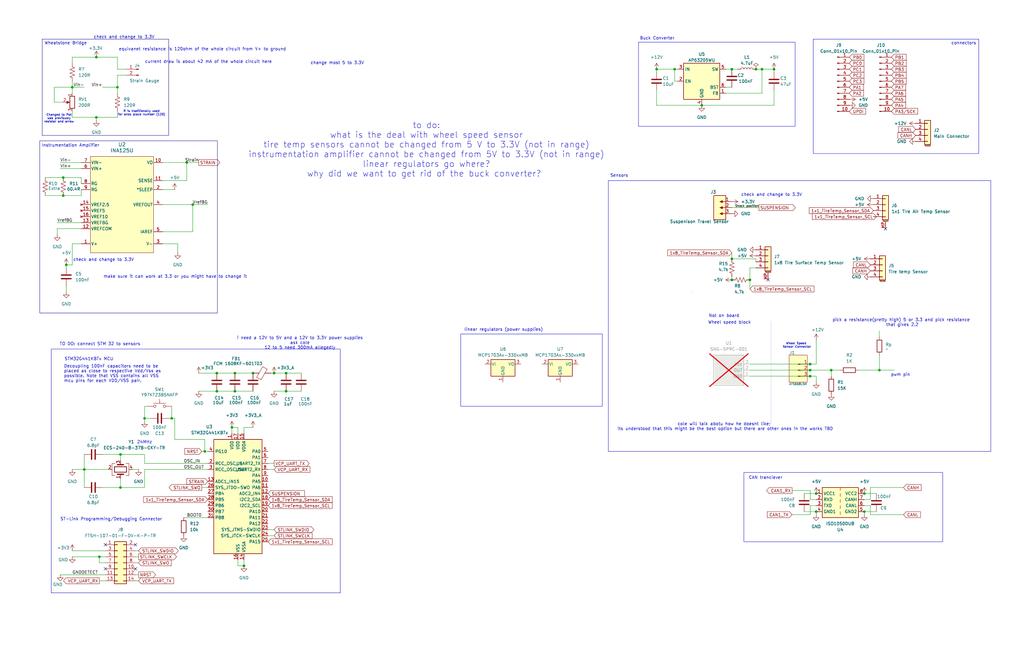
<source format=kicad_sch>
(kicad_sch (version 20250114) (generator "eeschema") (generator_version "9.0")
  (paper "B")
  (title_block (title "Peripheral Boards") (date "1/6/2026") (rev "revision 1?") (company "Formula Slug") (comment 1 "Nina Lane") (comment 3 "still cooking") (comment 6 "main page"))
  (rectangle (start 17.78 16.51) (end 71.12 57.15) (stroke (width 0) (color 0 0 132 1)))
  (rectangle (start 313.69 199.39) (end 397.51 228.6))
  (rectangle (start 269.24 17.78) (end 335.28 53.34))
  (rectangle (start 342.9 16.51) (end 412.75 64.77))
  (rectangle (start 256.54 76.2) (end 417.83 190.5))
  (rectangle (start 292.1 123.19) (end 292.1 123.19))
  (rectangle (start 21.59 147.32) (end 143.51 250.19))
  (rectangle (start 16.764 59.436) (end 91.694 132.08) (stroke (width 0) (color 0 0 132 1)))
  (rectangle (start 194.31 140.97) (end 254 171.45))
  (text "make sure it can work at 3.3 or you might have to change it" (at 73.914 116.078 0) (effects (font (size 1.27 1.27)) (justify top)))
  (text "Wheatstone Bridge\n" (at 27.686 18.288 0) (effects (font (size 1.27 1.27))))
  (text "check and change to 3.3V" (at 52.324 14.986 0) (effects (font (size 1.27 1.27)) (justify top)))
  (text "connectors" (at 406.4 18.288 0) (effects (font (size 1.27 1.27))))
  (text "current draw is about 42 mA of the whole circuit here " (at 88.392 26.162 0) (effects (font (size 1.27 1.27))))
  (text "Wheel Speed \nSensor Connector" (at 336.042 145.796 0) (effects (font (size 0.889 0.889))))
  (text "pwm pin" (at 379.73 157.48 0) (effects (font (size 1.27 1.27)) (justify top)))
  (text "STM32G441KBTx MCU" (at 27.178 150.876 0) (effects (font (size 1.27 1.27)) (justify left top)))
  (text "i need a 12V to 5V and a 12V to 3.3V power supplies\nask cole\n12 to 5 need 300mA allegedly" (at 126.492 144.78 0) (effects (font (size 1.27 1.27))))
  (text "TO DO: connect STM 32 to sensors" (at 42.164 145.288 0) (effects (font (size 1.27 1.27))))
  (text "pick a resistance(pretty high) 5 or 3.3 and pick resistance \nthat gives 2.2" (at 380.492 136.144 0) (effects (font (size 1.27 1.27))))
  (text "Instrumentation Amplifier\n" (at 29.718 61.468 0) (effects (font (size 1.27 1.27))))
  (text "24MHz" (at 60.96 186.69 0) (effects (font (size 1.27 1.27))))
  (text "R is traditionally used\nfor ones place number (120)" (at 59.69 47.752 0) (effects (font (size 0.889 0.889))))
  (text "to do:\nwhat is the deal with wheel speed sensor\ntire temp sensors cannot be changed from 5 V to 3.3V (not in range)\ninstrumentation amplifier cannot be changed from 5V to 3.3V (not in range)\nlinear regulators go where?\nwhy did we want to get rid of the buck converter? " (at 179.832 63.246 0) (effects (font (size 2.54 2.54))))
  (text "Not on board" (at 305.308 133.35 0) (effects (font (size 1.27 1.27))))
  (text "Decoupling 100nF capacitors need to be\nplaced as close to respective Vdd/Vss as\npossible. Note that VSS contains all VSS \nmcu pins for each VDD/VSS pair." (at 26.924 157.734 0) (effects (font (size 1.27 1.27)) (justify left)))
  (text "cole will talk abotu how he doesnt like;\n its understood that this might be the best option but there are other ones in the works TBD" (at 305.308 178.308 0) (effects (font (size 1.27 1.27)) (justify top)))
  (text "linear regulators (power supplies)" (at 212.344 139.192 0) (effects (font (size 1.27 1.27))))
  (text "Sensors" (at 261.112 74.168 0) (effects (font (size 1.27 1.27))))
  (text "check and change to 3.3V" (at 325.374 81.534 0) (effects (font (size 1.27 1.27)) (justify top)))
  (text "check and change to 3.3V" (at 43.688 108.966 0) (effects (font (size 1.27 1.27)) (justify top)))
  (text "Wheel speed block" (at 307.594 136.144 0) (effects (font (size 1.27 1.27))))
  (text "Changed to Pot\nwas previously\nresistor and arrow" (at 24.892 50.038 0) (effects (font (size 0.889 0.889))))
  (text "equivanet resistance is 120ohm of the whole circuit from V+ to ground \n" (at 85.852 20.828 0) (effects (font (size 1.27 1.27))))
  (text "" (at 336.804 165.862 0) (effects (font (size 0.889 0.889))))
  (text "ST-Link Programming/Debugging Connector" (at 25.4 218.44 0) (effects (font (size 1.27 1.27)) (justify left top)))
  (text "CAN tranciever" (at 322.834 201.676 0) (effects (font (size 1.27 1.27))))
  (text "Buck Converter" (at 277.114 16.256 0) (effects (font (size 1.27 1.27))))
  (text "change most 5 to 3.3V" (at 142.24 25.908 0) (effects (font (size 1.27 1.27)) (justify top)))
  (junction (at 120.65 165.1))
  (junction (at 86.36 190.5))
  (junction (at 318.77 29.21))
  (junction (at 27.94 111.76))
  (junction (at 41.91 234.95))
  (junction (at 364.49 208.28))
  (junction (at 308.61 29.21))
  (junction (at 308.61 118.11))
  (junction (at 341.63 153.67))
  (junction (at 40.64 49.53))
  (junction (at 102.87 238.76))
  (junction (at 99.06 165.1))
  (junction (at 78.74 68.58))
  (junction (at 106.68 157.48))
  (junction (at 91.44 157.48))
  (junction (at 97.79 180.34))
  (junction (at 50.8 205.74))
  (junction (at 91.44 165.1))
  (junction (at 120.65 157.48))
  (junction (at 26.67 74.93))
  (junction (at 26.67 82.55))
  (junction (at 364.49 215.9))
  (junction (at 276.86 29.21))
  (junction (at 60.96 176.53))
  (junction (at 341.63 156.21))
  (junction (at 99.06 157.48))
  (junction (at 344.17 208.28))
  (junction (at 30.48 36.83))
  (junction (at 341.63 158.75))
  (junction (at 316.23 118.11))
  (junction (at 115.57 157.48))
  (junction (at 49.53 36.83))
  (junction (at 326.39 29.21))
  (junction (at 344.17 215.9))
  (junction (at 350.52 156.21))
  (junction (at 72.39 176.53))
  (junction (at 35.56 198.12))
  (junction (at 81.28 86.36))
  (junction (at 284.48 29.21))
  (junction (at 50.8 191.77))
  (junction (at 295.91 44.45))
  (junction (at 40.64 24.13))
  (junction (at 370.84 156.21))
  (junction (at 321.31 29.21))
  (junction (at 308.61 109.22))
  (no_connect (at 44.45 240.03))
  (no_connect (at 44.45 229.87))
  (no_connect (at 323.85 118.11))
  (no_connect (at 57.15 240.03))
  (no_connect (at 57.15 229.87))
  (no_connect (at 373.38 96.52))
  (wire (pts (xy 364.49 217.17) (xy 364.49 215.9)))
  (wire (pts (xy 44.45 237.49) (xy 41.91 237.49)))
  (wire (pts (xy 49.53 46.99) (xy 49.53 49.53)))
  (wire (pts (xy 57.15 242.57) (xy 58.42 242.57)))
  (wire (pts (xy 30.48 198.12) (xy 35.56 198.12)))
  (wire (pts (xy 78.74 68.58) (xy 83.82 68.58)))
  (wire (pts (xy 73.66 80.01) (xy 68.58 80.01)))
  (wire (pts (xy 60.96 198.12) (xy 87.63 198.12)))
  (wire (pts (xy 316.23 113.03) (xy 318.77 113.03)))
  (wire (pts (xy 316.23 121.92) (xy 316.23 118.11)))
  (wire (pts (xy 81.28 97.79) (xy 68.58 97.79)))
  (wire (pts (xy 344.17 215.9) (xy 339.09 215.9)))
  (wire (pts (xy 35.56 198.12) (xy 45.72 198.12)))
  (wire (pts (xy 341.63 207.01) (xy 334.01 207.01)))
  (wire (pts (xy 341.63 156.21) (xy 350.52 156.21)))
  (wire (pts (xy 321.31 29.21) (xy 326.39 29.21)))
  (wire (pts (xy 25.4 68.58) (xy 34.29 68.58)))
  (wire (pts (xy 102.87 236.22) (xy 102.87 238.76)))
  (wire (pts (xy 68.58 68.58) (xy 78.74 68.58)))
  (wire (pts (xy 30.48 102.87) (xy 30.48 111.76)))
  (wire (pts (xy 113.03 223.52) (xy 115.57 223.52)))
  (wire (pts (xy 49.53 31.75) (xy 49.53 36.83)))
  (wire (pts (xy 341.63 153.67) (xy 344.17 153.67)))
  (wire (pts (xy 367.03 210.82) (xy 367.03 205.74)))
  (wire (pts (xy 27.94 120.65) (xy 27.94 123.19)))
  (wire (pts (xy 100.33 238.76) (xy 102.87 238.76)))
  (wire (pts (xy 60.96 177.8) (xy 60.96 176.53)))
  (wire (pts (xy 370.84 139.7) (xy 370.84 142.24)))
  (wire (pts (xy 276.86 38.1) (xy 276.86 44.45)))
  (wire (pts (xy 25.4 242.57) (xy 44.45 242.57)))
  (wire (pts (xy 341.63 213.36) (xy 341.63 217.17)))
  (wire (pts (xy 102.87 180.34) (xy 102.87 182.88)))
  (wire (pts (xy 30.48 46.99) (xy 30.48 49.53)))
  (wire (pts (xy 316.23 153.67) (xy 341.63 153.67)))
  (wire (pts (xy 99.06 165.1) (xy 106.68 165.1)))
  (wire (pts (xy 60.96 176.53) (xy 63.5 176.53)))
  (wire (pts (xy 318.77 29.21) (xy 321.31 29.21)))
  (wire (pts (xy 34.29 96.52) (xy 24.13 96.52)))
  (wire (pts (xy 83.82 157.48) (xy 91.44 157.48)))
  (wire (pts (xy 50.8 194.31) (xy 50.8 191.77)))
  (wire (pts (xy 83.82 165.1) (xy 91.44 165.1)))
  (wire (pts (xy 326.39 30.48) (xy 326.39 29.21)))
  (wire (pts (xy 369.57 208.28) (xy 364.49 208.28)))
  (wire (pts (xy 60.96 171.45) (xy 60.96 176.53)))
  (wire (pts (xy 308.61 106.68) (xy 308.61 109.22)))
  (wire (pts (xy 60.96 205.74) (xy 50.8 205.74)))
  (wire (pts (xy 30.48 24.13) (xy 30.48 26.67)))
  (wire (pts (xy 30.48 34.29) (xy 30.48 36.83)))
  (wire (pts (xy 99.06 157.48) (xy 106.68 157.48)))
  (wire (pts (xy 43.18 205.74) (xy 50.8 205.74)))
  (wire (pts (xy 55.88 198.12) (xy 58.42 198.12)))
  (wire (pts (xy 341.63 210.82) (xy 341.63 207.01)))
  (wire (pts (xy 34.29 77.47) (xy 34.29 74.93)))
  (wire (pts (xy 71.12 176.53) (xy 72.39 176.53)))
  (wire (pts (xy 344.17 158.75) (xy 344.17 161.29)))
  (wire (pts (xy 22.86 36.83) (xy 22.86 43.18)))
  (wire (pts (xy 91.44 165.1) (xy 99.06 165.1)))
  (wire (pts (xy 308.61 29.21) (xy 311.15 29.21)))
  (wire (pts (xy 364.49 210.82) (xy 367.03 210.82)))
  (wire (pts (xy 85.09 190.5) (xy 86.36 190.5)))
  (wire (pts (xy 40.64 49.53) (xy 40.64 50.8)))
  (wire (pts (xy 35.56 198.12) (xy 35.56 205.74)))
  (wire (pts (xy 115.57 157.48) (xy 120.65 157.48)))
  (wire (pts (xy 367.03 205.74) (xy 381 205.74)))
  (wire (pts (xy 350.52 156.21) (xy 354.33 156.21)))
  (wire (pts (xy 344.17 208.28) (xy 339.09 208.28)))
  (wire (pts (xy 68.58 86.36) (xy 81.28 86.36)))
  (wire (pts (xy 370.84 156.21) (xy 377.19 156.21)))
  (wire (pts (xy 72.39 171.45) (xy 72.39 176.53)))
  (wire (pts (xy 86.36 190.5) (xy 86.36 185.42)))
  (wire (pts (xy 73.66 185.42) (xy 86.36 185.42)))
  (wire (pts (xy 74.93 106.68) (xy 74.93 102.87)))
  (wire (pts (xy 369.57 91.44) (xy 368.3 91.44)))
  (wire (pts (xy 344.17 213.36) (xy 341.63 213.36)))
  (wire (pts (xy 74.93 102.87) (xy 68.58 102.87)))
  (wire (pts (xy 100.33 236.22) (xy 100.33 238.76)))
  (wire (pts (xy 73.66 185.42) (xy 73.66 176.53)))
  (wire (pts (xy 41.91 237.49) (xy 41.91 234.95)))
  (wire (pts (xy 60.96 195.58) (xy 87.63 195.58)))
  (wire (pts (xy 57.15 237.49) (xy 58.42 237.49)))
  (wire (pts (xy 53.34 31.75) (xy 49.53 31.75)))
  (wire (pts (xy 316.23 113.03) (xy 316.23 118.11)))
  (wire (pts (xy 321.31 39.37) (xy 306.07 39.37)))
  (wire (pts (xy 30.48 111.76) (xy 27.94 111.76)))
  (wire (pts (xy 316.23 156.21) (xy 341.63 156.21)))
  (wire (pts (xy 91.44 157.48) (xy 99.06 157.48)))
  (wire (pts (xy 60.96 191.77) (xy 60.96 195.58)))
  (wire (pts (xy 30.48 36.83) (xy 30.48 39.37)))
  (wire (pts (xy 120.65 165.1) (xy 127 165.1)))
  (wire (pts (xy 22.86 43.18) (xy 26.67 43.18)))
  (wire (pts (xy 30.48 232.41) (xy 44.45 232.41)))
  (wire (pts (xy 115.57 165.1) (xy 120.65 165.1)))
  (wire (pts (xy 316.23 158.75) (xy 341.63 158.75)))
  (wire (pts (xy 367.03 213.36) (xy 367.03 217.17)))
  (wire (pts (xy 284.48 29.21) (xy 284.48 34.29)))
  (wire (pts (xy 40.64 24.13) (xy 49.53 24.13)))
  (wire (pts (xy 34.29 102.87) (xy 30.48 102.87)))
  (wire (pts (xy 27.94 111.76) (xy 27.94 113.03)))
  (wire (pts (xy 361.95 156.21) (xy 370.84 156.21)))
  (wire (pts (xy 350.52 156.21) (xy 350.52 158.75)))
  (wire (pts (xy 344.17 143.51) (xy 344.17 153.67)))
  (wire (pts (xy 341.63 158.75) (xy 344.17 158.75)))
  (wire (pts (xy 30.48 234.95) (xy 41.91 234.95)))
  (wire (pts (xy 367.03 217.17) (xy 381 217.17)))
  (wire (pts (xy 308.61 109.22) (xy 318.77 109.22)))
  (wire (pts (xy 97.79 180.34) (xy 100.33 180.34)))
  (wire (pts (xy 341.63 217.17) (xy 334.01 217.17)))
  (wire (pts (xy 41.91 245.11) (xy 44.45 245.11)))
  (wire (pts (xy 78.74 76.2) (xy 78.74 68.58)))
  (wire (pts (xy 344.17 217.17) (xy 344.17 215.9)))
  (wire (pts (xy 30.48 36.83) (xy 22.86 36.83)))
  (wire (pts (xy 57.15 234.95) (xy 58.42 234.95)))
  (wire (pts (xy 19.05 82.55) (xy 26.67 82.55)))
  (wire (pts (xy 25.4 71.12) (xy 34.29 71.12)))
  (wire (pts (xy 68.58 76.2) (xy 78.74 76.2)))
  (wire (pts (xy 295.91 44.45) (xy 326.39 44.45)))
  (wire (pts (xy 344.17 210.82) (xy 341.63 210.82)))
  (wire (pts (xy 58.42 245.11) (xy 57.15 245.11)))
  (wire (pts (xy 81.28 86.36) (xy 81.28 97.79)))
  (wire (pts (xy 326.39 38.1) (xy 326.39 44.45)))
  (wire (pts (xy 308.61 87.63) (xy 320.04 87.63)))
  (wire (pts (xy 24.13 96.52) (xy 24.13 99.06)))
  (wire (pts (xy 77.47 218.44) (xy 87.63 218.44)))
  (wire (pts (xy 114.3 157.48) (xy 115.57 157.48)))
  (wire (pts (xy 43.18 36.83) (xy 49.53 36.83)))
  (wire (pts (xy 35.56 36.83) (xy 30.48 36.83)))
  (wire (pts (xy 308.61 36.83) (xy 306.07 36.83)))
  (wire (pts (xy 30.48 24.13) (xy 40.64 24.13)))
  (wire (pts (xy 24.13 93.98) (xy 34.29 93.98)))
  (wire (pts (xy 41.91 234.95) (xy 44.45 234.95)))
  (wire (pts (xy 276.86 44.45) (xy 295.91 44.45)))
  (wire (pts (xy 369.57 215.9) (xy 364.49 215.9)))
  (wire (pts (xy 97.79 180.34) (xy 97.79 182.88)))
  (wire (pts (xy 26.67 82.55) (xy 34.29 82.55)))
  (wire (pts (xy 318.77 109.22) (xy 318.77 110.49)))
  (wire (pts (xy 50.8 191.77) (xy 60.96 191.77)))
  (wire (pts (xy 50.8 201.93) (xy 50.8 205.74)))
  (wire (pts (xy 60.96 171.45) (xy 62.23 171.45)))
  (wire (pts (xy 276.86 29.21) (xy 284.48 29.21)))
  (wire (pts (xy 87.63 86.36) (xy 81.28 86.36)))
  (wire (pts (xy 370.84 149.86) (xy 370.84 156.21)))
  (wire (pts (xy 306.07 29.21) (xy 308.61 29.21)))
  (wire (pts (xy 49.53 29.21) (xy 49.53 24.13)))
  (wire (pts (xy 102.87 180.34) (xy 106.68 180.34)))
  (wire (pts (xy 120.65 157.48) (xy 127 157.48)))
  (wire (pts (xy 60.96 198.12) (xy 60.96 205.74)))
  (wire (pts (xy 276.86 29.21) (xy 276.86 30.48)))
  (wire (pts (xy 43.18 191.77) (xy 50.8 191.77)))
  (wire (pts (xy 364.49 213.36) (xy 367.03 213.36)))
  (wire (pts (xy 40.64 49.53) (xy 49.53 49.53)) (stroke (width 0) (color 0 132 0 1)))
  (wire (pts (xy 30.48 49.53) (xy 40.64 49.53)))
  (wire (pts (xy 308.61 116.84) (xy 308.61 118.11)))
  (wire (pts (xy 113.03 226.06) (xy 115.57 226.06)))
  (wire (pts (xy 49.53 36.83) (xy 49.53 39.37)))
  (wire (pts (xy 284.48 29.21) (xy 285.75 29.21)))
  (wire (pts (xy 19.05 74.93) (xy 26.67 74.93)))
  (wire (pts (xy 72.39 176.53) (xy 73.66 176.53)))
  (wire (pts (xy 57.15 232.41) (xy 58.42 232.41)))
  (wire (pts (xy 284.48 34.29) (xy 285.75 34.29)))
  (wire (pts (xy 86.36 190.5) (xy 87.63 190.5)))
  (wire (pts (xy 321.31 29.21) (xy 321.31 39.37)))
  (wire (pts (xy 113.03 195.58) (xy 115.57 195.58)))
  (wire (pts (xy 26.67 74.93) (xy 34.29 74.93)))
  (wire (pts (xy 113.03 198.12) (xy 115.57 198.12)))
  (wire (pts (xy 34.29 82.55) (xy 34.29 80.01)))
  (wire (pts (xy 85.09 205.74) (xy 87.63 205.74)))
  (wire (pts (xy 100.33 180.34) (xy 100.33 182.88)))
  (polyline (pts (xy 325.12 135.89) (xy 325.12 179.07)) (stroke (width 0) (type dot)))
  (wire (pts (xy 35.56 191.77) (xy 35.56 198.12)))
  (wire (pts (xy 53.34 29.21) (xy 49.53 29.21)))
  (label "Vin+" (at 25.4 71.12 0))
  (label "VrefBG" (at 24.13 93.98 0))
  (label "VrefBG" (at 87.63 86.36 180))
  (label "Strain" (at 83.82 68.58 180))
  (label "Vin+" (at 43.18 36.83 180))
  (label "Shock position" (at 320.04 87.63 180) (effects (font (size 0.889 0.889))))
  (label "Vin-" (at 35.56 36.83 180))
  (label "BOOT0" (at 78.74 218.44 0))
  (label "Vin-" (at 25.4 68.58 0))
  (label "GNDDETECT" (at 30.48 242.57 0))
  (label "OSC_IN" (at 77.47 195.58 0))
  (label "OSC_OUT" (at 77.47 198.12 0))
  (global_label "STLINK_SWO" (shape input) (at 58.42 237.49 0) (property "Intersheetrefs" "${INTERSHEET_REFS}" (effects (hide yes))))
  (global_label "STRAIN" (shape output) (at 83.82 68.58 0) (property "Intersheetrefs" "${INTERSHEET_REFS}" (effects (hide yes))))
  (global_label "PC1" (shape input) (at 358.14 29.21 0) (property "Intersheetrefs" "${INTERSHEET_REFS}" (effects (hide yes))))
  (global_label "CANH" (shape input) (at 367.03 114.3 180) (property "Intersheetrefs" "${INTERSHEET_REFS}" (effects (hide yes))))
  (global_label "1x1_TireTemp_Sensor_SCL" (shape input) (at 113.03 228.6 0) (property "Intersheetrefs" "${INTERSHEET_REFS}" (effects (hide yes))))
  (global_label "PB1" (shape input) (at 375.92 24.13 0) (property "Intersheetrefs" "${INTERSHEET_REFS}" (effects (hide yes))))
  (global_label "PA6" (shape input) (at 375.92 39.37 0) (property "Intersheetrefs" "${INTERSHEET_REFS}" (effects (hide yes))))
  (global_label "1x1_TireTemp_Sensor_SDA" (shape input) (at 368.3 88.9 180) (property "Intersheetrefs" "${INTERSHEET_REFS}" (effects (hide yes))))
  (global_label "STLINK_SWCLK" (shape input) (at 115.57 226.06 0) (property "Intersheetrefs" "${INTERSHEET_REFS}" (effects (hide yes))))
  (global_label "NRST" (shape output) (at 58.42 242.57 0) (property "Intersheetrefs" "${INTERSHEET_REFS}" (effects (hide yes))))
  (global_label "STLINK_SWDIO" (shape bidirectional) (at 58.42 232.41 0) (property "Intersheetrefs" "${INTERSHEET_REFS}" (effects (hide yes))))
  (global_label "1x1_TireTemp_Sensor_SDA" (shape input) (at 87.63 210.82 180) (property "Intersheetrefs" "${INTERSHEET_REFS}" (effects (hide yes))))
  (global_label "PB0" (shape input) (at 358.14 24.13 0) (property "Intersheetrefs" "${INTERSHEET_REFS}" (effects (hide yes))))
  (global_label "PA3{slash}SCK" (shape input) (at 375.92 46.99 0) (property "Intersheetrefs" "${INTERSHEET_REFS}" (effects (hide yes))))
  (global_label "PA5" (shape input) (at 375.92 41.91 0) (property "Intersheetrefs" "${INTERSHEET_REFS}" (effects (hide yes))))
  (global_label "CAN1_RX" (shape output) (at 334.01 207.01 180) (property "Intersheetrefs" "${INTERSHEET_REFS}" (effects (hide yes))))
  (global_label "STLINK_SWO" (shape output) (at 85.09 205.74 180) (property "Intersheetrefs" "${INTERSHEET_REFS}" (effects (hide yes))))
  (global_label "1x8_TireTemp_Sensor_SDA" (shape input) (at 308.61 106.68 180) (property "Intersheetrefs" "${INTERSHEET_REFS}" (effects (hide yes))))
  (global_label "PA4" (shape input) (at 375.92 44.45 0) (property "Intersheetrefs" "${INTERSHEET_REFS}" (effects (hide yes))))
  (global_label "PC0" (shape input) (at 358.14 26.67 0) (property "Intersheetrefs" "${INTERSHEET_REFS}" (effects (hide yes))))
  (global_label "SUSPENSION " (shape output) (at 320.04 87.63 0) (property "Intersheetrefs" "${INTERSHEET_REFS}" (effects (hide yes))))
  (global_label "CANL" (shape input) (at 367.03 111.76 180) (property "Intersheetrefs" "${INTERSHEET_REFS}" (effects (hide yes))))
  (global_label "CANH" (shape input) (at 381 205.74 0) (property "Intersheetrefs" "${INTERSHEET_REFS}" (effects (hide yes))))
  (global_label "VCP_UART_RX" (shape output) (at 41.91 245.11 180) (property "Intersheetrefs" "${INTERSHEET_REFS}" (effects (hide yes))))
  (global_label "PB3" (shape input) (at 375.92 29.21 0) (property "Intersheetrefs" "${INTERSHEET_REFS}" (effects (hide yes))))
  (global_label "STRAIN" (shape input) (at 87.63 203.2 180) (property "Intersheetrefs" "${INTERSHEET_REFS}" (effects (hide yes))))
  (global_label "UPDI" (shape input) (at 358.14 46.99 0) (property "Intersheetrefs" "${INTERSHEET_REFS}" (effects (hide yes))))
  (global_label "VCP_UART_TX" (shape output) (at 115.57 195.58 0) (property "Intersheetrefs" "${INTERSHEET_REFS}" (effects (hide yes))))
  (global_label "PC2" (shape input) (at 358.14 31.75 0) (property "Intersheetrefs" "${INTERSHEET_REFS}" (effects (hide yes))))
  (global_label "CANL" (shape input) (at 386.08 54.61 180) (property "Intersheetrefs" "${INTERSHEET_REFS}" (effects (hide yes))))
  (global_label "NRST" (shape input) (at 85.09 190.5 180) (property "Intersheetrefs" "${INTERSHEET_REFS}" (effects (hide yes))))
  (global_label "CANH" (shape input) (at 386.08 57.15 180) (property "Intersheetrefs" "${INTERSHEET_REFS}" (effects (hide yes))))
  (global_label "PA7" (shape input) (at 375.92 36.83 0) (property "Intersheetrefs" "${INTERSHEET_REFS}" (effects (hide yes))))
  (global_label "PA2" (shape input) (at 358.14 39.37 0) (property "Intersheetrefs" "${INTERSHEET_REFS}" (effects (hide yes))))
  (global_label "1x8_TireTemp_Sensor_SCL" (shape input) (at 316.23 121.92 0) (property "Intersheetrefs" "${INTERSHEET_REFS}" (effects (hide yes))))
  (global_label "VCP_UART_RX" (shape input) (at 115.57 198.12 0) (property "Intersheetrefs" "${INTERSHEET_REFS}" (effects (hide yes))))
  (global_label "1x8_TireTemp_Sensor_SCL" (shape input) (at 113.03 213.36 0) (property "Intersheetrefs" "${INTERSHEET_REFS}" (effects (hide yes))))
  (global_label "1x8_TireTemp_Sensor_SDA" (shape input) (at 113.03 210.82 0) (property "Intersheetrefs" "${INTERSHEET_REFS}" (effects (hide yes))))
  (global_label "STLINK_SWCLK" (shape output) (at 58.42 234.95 0) (property "Intersheetrefs" "${INTERSHEET_REFS}" (effects (hide yes))))
  (global_label "VCP_UART_TX" (shape input) (at 58.42 245.11 0) (property "Intersheetrefs" "${INTERSHEET_REFS}" (effects (hide yes))))
  (global_label "1x1_TireTemp_Sensor_SCL" (shape input) (at 369.57 91.44 180) (property "Intersheetrefs" "${INTERSHEET_REFS}" (effects (hide yes))))
  (global_label "PB2" (shape input) (at 375.92 26.67 0) (property "Intersheetrefs" "${INTERSHEET_REFS}" (effects (hide yes))))
  (global_label "PB5" (shape input) (at 375.92 34.29 0) (property "Intersheetrefs" "${INTERSHEET_REFS}" (effects (hide yes))))
  (global_label "STLINK_SWDIO" (shape bidirectional) (at 115.57 223.52 0) (property "Intersheetrefs" "${INTERSHEET_REFS}" (effects (hide yes))))
  (global_label "PA1" (shape input) (at 358.14 36.83 0) (property "Intersheetrefs" "${INTERSHEET_REFS}" (effects (hide yes))))
  (global_label "PB4" (shape input) (at 375.92 31.75 0) (property "Intersheetrefs" "${INTERSHEET_REFS}" (effects (hide yes))))
  (global_label "CANL" (shape input) (at 381 217.17 0) (property "Intersheetrefs" "${INTERSHEET_REFS}" (effects (hide yes))))
  (global_label "SUSPENSION " (shape input) (at 113.03 208.28 0) (property "Intersheetrefs" "${INTERSHEET_REFS}" (effects (hide yes))))
  (global_label "CAN1_TX" (shape input) (at 334.01 217.17 180) (property "Intersheetrefs" "${INTERSHEET_REFS}" (effects (hide yes))))
  (global_label "PC3" (shape input) (at 358.14 34.29 0) (property "Intersheetrefs" "${INTERSHEET_REFS}" (effects (hide yes))))
  (symbol (lib_id "power:PWR_FLAG") (at 318.77 29.21 0) (unit 1)
    (property "Reference" "#FLG?" (effects (hide yes)))
    (property "Value" "PWR_FLAG" (effects (hide yes)))
    (property "Description" "Special symbol for telling ERC where power comes from" (effects (hide yes)))
  )
  (symbol (lib_id "power:GND") (at 60.96 177.8 0) (unit 1)
    (property "Reference" "#PWR?" (effects (hide yes)))
    (property "Value" "GND" (at 60.96 182.88 0))
    (property "Description" "Power symbol creates a global label with name \"GND\" , ground" (effects (hide yes)))
  )
  (symbol (lib_id "Device:Crystal_GND24") (at 50.8 198.12 90) (unit 1)
    (property "Reference" "Y1" (at 55.372 186.436 90))
    (property "Value" "ECS-240-8-37B-CKY-TR" (at 56.642 188.976 90))
    (property "Footprint" "Crystal:Crystal_SMD_2016-4Pin_2.0x1.6mm" (effects (hide yes)))
    (property "Datasheet" "https://ecsxtal.com/store/pdf/ECX-1637B.pdf" (effects (hide yes)))
    (property "Description" "Four pin crystal, GND on pins 2 and 4" (effects (hide yes)))
    (property "Digi PN" "XC3063CT-ND" (effects (hide yes)))
    (property "MFG" "ECS" (effects (hide yes)))
    (property "MFG PN" "ECS-240-8-37B-CKY-TR" (effects (hide yes)))
    (property "Digi URL" "https://www.digikey.com/en/products/detail/ecs-inc/ECS-240-8-37B-CKY-TR/9838850" (effects (hide yes)))
  )
  (symbol (lib_id "power:+5V") (at 40.64 24.13 0) (unit 1)
    (property "Reference" "#PWR016" (effects (hide yes)))
    (property "Value" "+3.3V" (at 37.338 20.32 0) (effects (justify left)))
    (property "Description" "Power symbol creates a global label with name \"+5V\"" (effects (hide yes)))
  )
  (symbol (lib_id "power:GND") (at 344.17 217.17 0) (unit 1)
    (property "Reference" "#PWR029" (effects (hide yes)))
    (property "Value" "GND" (at 344.17 222.25 0))
    (property "Description" "Power symbol creates a global label with name \"GND\" , ground" (effects (hide yes)))
  )
  (symbol (lib_id "power:GND") (at 27.94 123.19 0) (unit 1)
    (property "Reference" "#PWR020" (effects (hide yes)))
    (property "Value" "GND" (at 27.94 128.27 0))
    (property "Description" "Power symbol creates a global label with name \"GND\" , ground" (effects (hide yes)))
  )
  (symbol (lib_id "power:GND") (at 74.93 106.68 0) (unit 1)
    (property "Reference" "#PWR022" (effects (hide yes)))
    (property "Value" "GND" (at 74.93 111.76 0))
    (property "Description" "Power symbol creates a global label with name \"GND\" , ground" (effects (hide yes)))
  )
  (symbol (lib_id "Device:R") (at 358.14 156.21 90) (unit 1)
    (property "Reference" "R2" (at 358.14 149.86 90))
    (property "Value" "1K" (at 358.14 152.4 90))
    (property "Description" "Resistor" (effects (hide yes)))
  )
  (symbol (lib_id "MCU_ST_STM32G4:STM32G441KBTx") (at 100.33 210.82 0) (unit 1)
    (property "Reference" "U3" (at 86.868 180.086 0) (effects (justify left)))
    (property "Value" "STM32G441KBTx" (at 80.518 182.626 0) (effects (justify left)))
    (property "Footprint" "Package_QFP:LQFP-32_7x7mm_P0.8mm" (effects (hide yes)))
    (property "Datasheet" "https://www.st.com/resource/en/datasheet/stm32g441kb.pdf" (effects (hide yes)))
    (property "Description" "STMicroelectronics Arm Cortex-M4 MCU, 128KB flash, 32KB RAM, 170 MHz, 1.71-3.6V, 26 GPIO, LQFP32" (effects (hide yes)))
    (property "Digi PN" "497-STM32G441KBT6-ND" (effects (hide yes)))
    (property "MFG" "STM" (effects (hide yes)))
    (property "MFG PN" "STM32G441KBT6" (effects (hide yes)))
    (property "Digi URL" "https://www.digikey.com/en/products/detail/stmicroelectronics/stm32g441kbt6/10326712" (effects (hide yes)))
    (pin "24" (alternate "SYS_JTCK-SWCLK"))
    (pin "7" (alternate "USART2_TX"))
    (pin "8" (alternate "USART2_RX"))
    (pin "23" (alternate "SYS_JTMS-SWDIO"))
    (pin "18" (alternate "I2C2_SDA"))
    (pin "12" (alternate "ADC2_IN4"))
    (pin "2" (alternate "RCC_OSC_IN"))
    (pin "3" (alternate "RCC_OSC_OUT"))
    (pin "13" (alternate "ADC1_IN15"))
    (pin "26" (alternate "SYS_JTDO-SWO"))
    (pin "19" (alternate "I2C2_SCL"))
  )
  (symbol (lib_id "power:+3V3") (at 30.48 232.41 0) (unit 1)
    (property "Reference" "#PWR?" (effects (hide yes)))
    (property "Value" "+3V3" (at 26.67 231.14 0))
    (property "Description" "Power symbol creates a global label with name \"+3V3\"" (effects (hide yes)))
  )
  (symbol (lib_id "Device:C") (at 99.06 161.29 0) (mirror x) (unit 1)
    (property "Reference" "C15" (at 97.79 167.894 0) (effects (justify left)))
    (property "Value" "100nF" (at 96.52 169.926 0) (effects (justify left)))
    (property "Footprint" "Capacitor_SMD:C_0603_1608Metric_Pad1.08x0.95mm_HandSolder" (effects (hide yes)))
    (property "Datasheet" "https://www.yageogroup.com/content/datasheet/asset/file/UPY-GPHC_X7R_6_3V-TO-250V" (effects (hide yes)))
    (property "Description" "Unpolarized capacitor" (effects (hide yes)))
    (property "Digi PN" "311-1344-1-ND" (effects (hide yes)))
    (property "MFG" "Yageo" (effects (hide yes)))
    (property "MFG PN" "CC0603KRX7R9BB104" (effects (hide yes)))
    (property "Digi URL" "https://www.digikey.com/en/products/detail/yageo/CC0603KRX7R9BB104/2103082" (effects (hide yes)))
  )
  (symbol (lib_id "power:GND") (at 25.4 242.57 0) (unit 1)
    (property "Reference" "#PWR?" (effects (hide yes)))
    (property "Value" "GND" (at 24.384 246.634 0))
    (property "Description" "Power symbol creates a global label with name \"GND\" , ground" (effects (hide yes)))
  )
  (symbol (lib_id "power:GND") (at 350.52 166.37 0) (unit 1)
    (property "Reference" "#PWR02" (effects (hide yes)))
    (property "Value" "GND" (at 350.52 171.45 0))
    (property "Description" "Power symbol creates a global label with name \"GND\" , ground" (effects (hide yes)))
  )
  (symbol (lib_id "Device:C") (at 326.39 34.29 180) (unit 1)
    (property "Reference" "C3" (at 328.93 33.02 0) (effects (justify right)))
    (property "Value" "47uF" (at 328.93 35.56 0) (effects (justify right)))
    (property "Footprint" "Capacitor_SMD:C_0805_2012Metric_Pad1.18x1.45mm_HandSolder" (effects (hide yes)))
    (property "Datasheet" "https://mm.digikey.com/Volume0/opasdata/d220001/medias/docus/658/CL21A476MQYNNNE_Spec.pdf" (effects (hide yes)))
    (property "Description" "Unpolarized capacitor" (effects (hide yes)))
    (property "Manufacturer" "Samsung Electro-Mechanics" (effects (hide yes)))
    (property "PN" "CL21A476MQYNNNE" (effects (hide yes)))
  )
  (symbol (lib_id "Device:R_US") (at 308.61 113.03 180) (unit 1)
    (property "Reference" "R8" (at 309.626 120.65 0) (effects (justify right)))
    (property "Value" "4.7k" (at 309.626 123.19 0) (effects (justify right)))
    (property "Footprint" "Resistor_SMD:R_0805_2012Metric_Pad1.20x1.40mm_HandSolder" (effects (hide yes)))
    (property "Description" "Resistor, US symbol" (effects (hide yes)))
  )
  (symbol (lib_id "Device:R_US") (at 49.53 43.18 0) (unit 1)
    (property "Reference" "R9" (at 52.07 41.9099 0) (effects (justify left)))
    (property "Value" "120R" (at 52.07 44.4499 0) (effects (justify left)))
    (property "Footprint" "Resistor_SMD:R_0805_2012Metric_Pad1.20x1.40mm_HandSolder" (effects (hide yes)))
    (property "Description" "Resistor, US symbol" (effects (hide yes)))
  )
  (symbol (lib_id "Device:C") (at 339.09 212.09 180) (unit 1)
    (property "Reference" "C8" (at 335.28 213.3601 0) (effects (justify left)))
    (property "Value" "100nF" (at 335.28 210.8201 0) (effects (justify left)))
    (property "Footprint" "Capacitor_SMD:C_0805_2012Metric_Pad1.18x1.45mm_HandSolder" (effects (hide yes)))
    (property "Description" "Unpolarized capacitor" (effects (hide yes)))
  )
  (symbol (lib_id "power:+5V") (at 344.17 208.28 0) (unit 1)
    (property "Reference" "#PWR031" (effects (hide yes)))
    (property "Value" "+5V" (at 344.17 203.2 0))
    (property "Description" "Power symbol creates a global label with name \"+5V\"" (effects (hide yes)))
  )
  (symbol (lib_id "power:GND") (at 30.48 234.95 0) (unit 1)
    (property "Reference" "#PWR?" (effects (hide yes)))
    (property "Value" "GND" (at 26.67 236.22 0))
    (property "Description" "Power symbol creates a global label with name \"GND\" , ground" (effects (hide yes)))
  )
  (symbol (lib_id "Device:R_US") (at 312.42 118.11 90) (unit 1)
    (property "Reference" "R15" (at 305.054 111.252 90))
    (property "Value" "4.7k" (at 305.054 113.792 90))
    (property "Footprint" "Resistor_SMD:R_0805_2012Metric_Pad1.20x1.40mm_HandSolder" (effects (hide yes)))
    (property "Description" "Resistor, US symbol" (effects (hide yes)))
  )
  (symbol (lib_name "Conn_01x04_MountingPin_1") (lib_id "Connector_Generic_MountingPin:Conn_01x04_MountingPin") (at 323.85 107.95 0) (unit 1)
    (property "Reference" "J7" (at 326.39 108.3055 0) (effects (justify left)))
    (property "Value" "1x8 Tire Surface Temp Sensor" (at 326.39 110.8455 0) (effects (justify left)))
    (property "Footprint" "Connector_Molex:Molex_Nano-Fit_105309-xx04_1x04_P2.50mm_Vertical" (effects (hide yes)))
    (property "Description" "Generic connectable mounting pin connector, single row, 01x04, script generated (kicad-library-utils/schlib/autogen/connector/)" (effects (hide yes)))
  )
  (symbol (lib_id "Device:C") (at 91.44 161.29 0) (mirror x) (unit 1)
    (property "Reference" "C14" (at 90.424 167.894 0) (effects (justify left)))
    (property "Value" "10uF" (at 89.662 169.926 0) (effects (justify left)))
    (property "Footprint" "Capacitor_SMD:C_0603_1608Metric_Pad1.08x0.95mm_HandSolder" (effects (hide yes)))
    (property "Datasheet" "https://mm.digikey.com/Volume0/opasdata/d220001/medias/docus/339/CL10A106KO8NQNC_Spec.pdf" (effects (hide yes)))
    (property "Description" "Unpolarized capacitor" (effects (hide yes)))
    (property "Digi PN" "1276-CL10A106KO8NQNCCT-ND" (effects (hide yes)))
    (property "MFG" "Samsung Electro-Mechanics" (effects (hide yes)))
    (property "MFG PN" "CL10A106KO8NQNC" (effects (hide yes)))
    (property "Digi URL" "https://www.digikey.com/en/products/detail/samsung-electro-mechanics/CL10A106KO8NQNC/10479038" (effects (hide yes)))
  )
  (symbol (lib_id "power:+5V") (at 73.66 80.01 0) (unit 1)
    (property "Reference" "#PWR021" (effects (hide yes)))
    (property "Value" "+5V" (at 73.66 74.93 0))
    (property "Description" "Power symbol creates a global label with name \"+5V\"" (effects (hide yes)))
  )
  (symbol (lib_id "power:GND") (at 318.77 105.41 270) (unit 1)
    (property "Reference" "#PWR049" (effects (hide yes)))
    (property "Value" "GND" (at 314.96 105.4099 90) (effects (justify right)))
    (property "Description" "Power symbol creates a global label with name \"GND\" , ground" (effects (hide yes)))
  )
  (symbol (lib_id "power:GND") (at 358.14 44.45 90) (unit 1)
    (property "Reference" "#PWR051" (effects (hide yes)))
    (property "Value" "GND" (at 361.95 44.4499 90) (effects (justify right)))
    (property "Description" "Power symbol creates a global label with name \"GND\" , ground" (effects (hide yes)))
  )
  (symbol (lib_id "New_Library:INA125U") (at 21.59 71.12 0) (unit 1)
    (property "Reference" "U2" (at 51.435 60.96 0) (effects (font (size 1.524 1.524))))
    (property "Value" "INA125U" (at 51.435 63.5 0) (effects (font (size 1.524 1.524))))
    (property "Footprint" "Package_SO:SOIC-16_3.9x9.9mm_P1.27mm" (effects (hide yes)))
    (property "Datasheet" "https://www.ti.com/lit/ds/symlink/ina125.pdf?HQS=dis-dk-null-digikeymode-dsf-pf-null-wwe&ts=1769101242397&ref_url=https%253A%252F%252Fwww.ti.com%252Fgeneral%252Fdocs%252Fsuppproductinfo.tsp%253FdistId%253D10%2526gotoUrl%253Dhttps%253A%252F%252Fwww.ti.com%252Flit%252Fgpn%252Fina125" (effects (hide yes)))
  )
  (symbol (lib_id "Connector:Conn_01x10_Pin") (at 370.84 34.29 0) (unit 1)
    (property "Reference" "J10" (at 371.475 19.05 0))
    (property "Value" "Conn_01x10_Pin" (at 371.475 21.59 0))
    (property "Footprint" "Connector_PinHeader_2.54mm:PinHeader_1x10_P2.54mm_Vertical" (effects (hide yes)))
    (property "Description" "Generic connector, single row, 01x10, script generated" (effects (hide yes)))
  )
  (symbol (lib_id "power:GND") (at 77.47 226.06 0) (mirror y) (unit 1)
    (property "Reference" "#PWR?" (effects (hide yes)))
    (property "Value" "GND" (at 77.47 231.14 0))
    (property "Description" "Power symbol creates a global label with name \"GND\" , ground" (effects (hide yes)))
  )
  (symbol (lib_name "Conn_01x02_Pin_1") (lib_id "Connector:Conn_01x02_Pin") (at 58.42 31.75 180) (unit 1)
    (property "Reference" "J4" (at 56.642 27.686 0) (effects (justify right)))
    (property "Value" "Strain Gauge" (at 54.61 34.036 0) (effects (justify right)))
    (property "Footprint" "Connector_Molex:Molex_Nano-Fit_105309-xx02_1x02_P2.50mm_Vertical" (effects (hide yes)))
    (property "Description" "Generic connector, single row, 01x02, script generated" (effects (hide yes)))
  )
  (symbol (lib_id "Regulator_Linear:MCP1703Ax-330xxMB") (at 212.09 153.67 0) (unit 1)
    (property "Reference" "U6" (at 212.09 147.32 0))
    (property "Value" "MCP1703Ax-330xxMB" (at 212.09 149.86 0))
    (property "Footprint" "Package_TO_SOT_SMD:SOT-89-3" (effects (hide yes)))
    (property "Datasheet" "http://ww1.microchip.com/downloads/en/DeviceDoc/20005122B.pdf" (effects (hide yes)))
    (property "Description" "Low Quiescent Current LDO Regulator, 3.3V, 250mA, Vin<=16V, SOT-89" (effects (hide yes)))
  )
  (symbol (lib_id "Connector_Generic:Conn_02x07_Odd_Even") (at 49.53 237.49 0) (unit 1)
    (property "Reference" "J8" (at 50.8 223.52 0))
    (property "Value" "FTSH-107-01-F-DV-K-P-TR" (at 50.8 226.06 0))
    (property "Footprint" "Connector_PinHeader_1.27mm:PinHeader_2x07_P1.27mm_Vertical_SMD" (effects (hide yes)))
    (property "Datasheet" "https://mm.digikey.com/Volume0/opasdata/d220001/medias/docus/6209/ftsh-1xx-xx-xxx-dv-xxx-xxx-x-xx-mkt.pdf" (effects (hide yes)))
    (property "Description" "Generic connector, double row, 02x07, odd/even pin numbering scheme (row 1 odd numbers, row 2 even numbers), script generated (kicad-library-utils/schlib/autogen/connector/)" (effects (hide yes)))
    (property "MFG PN" "FTSH-107-01-F-DV-K-P-TR" (effects (hide yes)))
    (property "Digi PN" "SAM13170CT-ND" (effects (hide yes)))
    (property "MFG" "Samtec Inc." (effects (hide yes)))
    (property "Digi URL" "https://www.digikey.com/en/products/detail/samtec-inc/FTSH-107-01-F-DV-K-P-TR/6693677" (effects (hide yes)))
  )
  (symbol (lib_id "power:+12V") (at 386.08 52.07 90) (unit 1)
    (property "Reference" "#PWR013" (effects (hide yes)))
    (property "Value" "+12V" (at 382.27 52.0699 90) (effects (justify left)))
    (property "Description" "Power symbol creates a global label with name \"+12V\"" (effects (hide yes)))
  )
  (symbol (lib_id "power:GND") (at 344.17 161.29 0) (unit 1)
    (property "Reference" "#PWR023" (effects (hide yes)))
    (property "Value" "GND" (at 344.17 166.37 0))
    (property "Description" "Power symbol creates a global label with name \"GND\" , ground" (effects (hide yes)))
  )
  (symbol (lib_id "power:+5V") (at 364.49 208.28 0) (unit 1)
    (property "Reference" "#PWR030" (effects (hide yes)))
    (property "Value" "+5V" (at 364.49 203.2 0))
    (property "Description" "Power symbol creates a global label with name \"+5V\"" (effects (hide yes)))
  )
  (symbol (lib_id "power:GND") (at 115.57 165.1 0) (unit 1)
    (property "Reference" "#PWR?" (effects (hide yes)))
    (property "Value" "GND" (at 115.57 170.18 0))
    (property "Description" "Power symbol creates a global label with name \"GND\" , ground" (effects (hide yes)))
  )
  (symbol (lib_id "power:+5V") (at 326.39 29.21 0) (unit 1)
    (property "Reference" "#PWR?" (effects (hide yes)))
    (property "Value" "+5V" (at 326.39 24.13 0))
    (property "Description" "Power symbol creates a global label with name \"+5V\"" (effects (hide yes)))
  )
  (symbol (lib_id "power:+3V3") (at 83.82 157.48 0) (unit 1)
    (property "Reference" "#PWR?" (effects (hide yes)))
    (property "Value" "+3V3" (at 87.376 155.194 0))
    (property "Description" "Power symbol creates a global label with name \"+3V3\"" (effects (hide yes)))
  )
  (symbol (lib_id "power:+5V") (at 344.17 143.51 0) (unit 1)
    (property "Reference" "#PWR01" (effects (hide yes)))
    (property "Value" "+12V" (at 342.138 139.192 0) (effects (justify left)))
    (property "Description" "Power symbol creates a global label with name \"+5V\"" (effects (hide yes)))
  )
  (symbol (lib_id "power:+5V") (at 358.14 41.91 270) (unit 1)
    (property "Reference" "#PWR034" (effects (hide yes)))
    (property "Value" "+5V" (at 361.95 41.9099 90) (effects (justify left)))
    (property "Description" "Power symbol creates a global label with name \"+5V\"" (effects (hide yes)))
  )
  (symbol (lib_id "Device:C") (at 120.65 161.29 0) (unit 1)
    (property "Reference" "C17" (at 119.888 168.402 0) (effects (justify left)))
    (property "Value" "1uF" (at 119.634 170.434 0) (effects (justify left)))
    (property "Footprint" "Capacitor_SMD:C_0603_1608Metric_Pad1.08x0.95mm_HandSolder" (effects (hide yes)))
    (property "Datasheet" "https://mm.digikey.com/Volume0/opasdata/d220001/medias/docus/5458/CL10B105KB9VPJC_Spec.pdf" (effects (hide yes)))
    (property "Description" "Unpolarized capacitor" (effects (hide yes)))
    (property "Digi PN" "1276-CL10B105KB9VPJCCT-ND" (effects (hide yes)))
    (property "MFG" "Samsung Electro-Mechanics" (effects (hide yes)))
    (property "MFG PN" "CL10B105KB9VPJC" (effects (hide yes)))
    (property "Digi URL" "https://www.digikey.com/en/products/detail/samsung-electro-mechanics/cl10b105kb9vpjc/20498526" (effects (hide yes)))
  )
  (symbol (lib_id "Device:C") (at 127 161.29 0) (unit 1)
    (property "Reference" "C18" (at 126.746 168.402 0) (effects (justify left)))
    (property "Value" "100nF" (at 125.73 170.434 0) (effects (justify left)))
    (property "Footprint" "Capacitor_SMD:C_0603_1608Metric_Pad1.08x0.95mm_HandSolder" (effects (hide yes)))
    (property "Datasheet" "https://www.yageogroup.com/content/datasheet/asset/file/UPY-GPHC_X7R_6_3V-TO-250V" (effects (hide yes)))
    (property "Description" "Unpolarized capacitor" (effects (hide yes)))
    (property "Digi PN" "311-1344-1-ND" (effects (hide yes)))
    (property "MFG" "Yageo" (effects (hide yes)))
    (property "MFG PN" "CC0603KRX7R9BB104" (effects (hide yes)))
    (property "Digi URL" "https://www.digikey.com/en/products/detail/yageo/CC0603KRX7R9BB104/2103082" (effects (hide yes)))
  )
  (symbol (lib_id "Device:C") (at 39.37 205.74 270) (unit 1)
    (property "Reference" "C10" (at 39.37 209.55 90))
    (property "Value" "6.8pF" (at 39.37 212.09 90))
    (property "Footprint" "Capacitor_SMD:C_0603_1608Metric_Pad1.08x0.95mm_HandSolder" (effects (hide yes)))
    (property "Datasheet" "https://www.yageogroup.com/download/specsheet/CC0603DRNPO9BN6R8" (effects (hide yes)))
    (property "Description" "Unpolarized capacitor" (effects (hide yes)))
    (property "Digi PN" "311-3874-1-ND" (effects (hide yes)))
    (property "MFG" "Yageo" (effects (hide yes)))
    (property "MFG PN" "CC0603DRNPO9BN6R8" (effects (hide yes)))
    (property "Digi URL" "https://www.digikey.com/en/products/detail/yageo/CC0603DRNPO9BN6R8/3767594" (effects (hide yes)))
  )
  (symbol (lib_id "Device:C") (at 67.31 176.53 90) (mirror x) (unit 1)
    (property "Reference" "C13" (at 67.31 182.88 90))
    (property "Value" "100nF" (at 67.31 180.34 90))
    (property "Footprint" "Capacitor_SMD:C_0603_1608Metric_Pad1.08x0.95mm_HandSolder" (effects (hide yes)))
    (property "Datasheet" "https://www.yageogroup.com/content/datasheet/asset/file/UPY-GPHC_X7R_6_3V-TO-250V" (effects (hide yes)))
    (property "Description" "Unpolarized capacitor" (effects (hide yes)))
    (property "Digi PN" "311-1344-1-ND" (effects (hide yes)))
    (property "MFG" "Yageo" (effects (hide yes)))
    (property "MFG PN" "CC0603KRX7R9BB104" (effects (hide yes)))
    (property "Digi URL" "https://www.digikey.com/en/products/detail/yageo/CC0603KRX7R9BB104/2103082" (effects (hide yes)))
  )
  (symbol (lib_id "Device:C") (at 39.37 191.77 270) (unit 1)
    (property "Reference" "C7" (at 39.37 185.42 90))
    (property "Value" "6.8pF" (at 39.37 187.96 90))
    (property "Footprint" "Capacitor_SMD:C_0603_1608Metric_Pad1.08x0.95mm_HandSolder" (effects (hide yes)))
    (property "Datasheet" "https://www.yageogroup.com/download/specsheet/CC0603DRNPO9BN6R8" (effects (hide yes)))
    (property "Description" "Unpolarized capacitor" (effects (hide yes)))
    (property "Digi PN" "311-3874-1-ND" (effects (hide yes)))
    (property "MFG" "Yageo" (effects (hide yes)))
    (property "MFG PN" "CC0603DRNPO9BN6R8" (effects (hide yes)))
    (property "Digi URL" "https://www.digikey.com/en/products/detail/yageo/CC0603DRNPO9BN6R8/3767594" (effects (hide yes)))
  )
  (symbol (lib_id "Connector:Conn_01x10_Pin") (at 353.06 34.29 0) (unit 1)
    (property "Reference" "J9" (at 353.695 19.05 0))
    (property "Value" "Conn_01x10_Pin" (at 353.695 21.59 0))
    (property "Footprint" "Connector_PinHeader_2.54mm:PinHeader_1x10_P2.54mm_Vertical" (effects (hide yes)))
    (property "Description" "Generic connector, single row, 01x10, script generated" (effects (hide yes)))
  )
  (symbol (lib_id "power:GND") (at 308.61 90.17 90) (unit 1)
    (property "Reference" "#PWR012" (effects (hide yes)))
    (property "Value" "GND" (at 312.42 90.1699 90) (effects (justify right)))
    (property "Description" "Power symbol creates a global label with name \"GND\" , ground" (effects (hide yes)))
  )
  (symbol (lib_name "Conn_01x04_MountingPin_1") (lib_id "Connector_Generic_MountingPin:Conn_01x04_MountingPin") (at 373.38 86.36 0) (unit 1)
    (property "Reference" "J6" (at 375.92 86.7155 0) (effects (justify left)))
    (property "Value" "1x1 Tire Air Temp Sensor" (at 375.92 89.2555 0) (effects (justify left)))
    (property "Footprint" "Connector_Molex:Molex_Nano-Fit_105309-xx04_1x04_P2.50mm_Vertical" (effects (hide yes)))
    (property "Description" "Generic connectable mounting pin connector, single row, 01x04, script generated (kicad-library-utils/schlib/autogen/connector/)" (effects (hide yes)))
  )
  (symbol (lib_id "Regulator_Switching:AP63205WU") (at 295.91 36.83 0) (unit 1)
    (property "Reference" "U5" (at 295.91 22.86 0))
    (property "Value" "AP63205WU" (at 295.91 25.4 0))
    (property "Footprint" "Package_TO_SOT_SMD:TSOT-23-6" (effects (hide yes)))
    (property "Datasheet" "https://www.diodes.com/assets/Datasheets/AP63200-AP63201-AP63203-AP63205.pdf" (effects (hide yes)))
    (property "Description" "2A, 1.1MHz Buck DC/DC Converter, fixed 5.0V output voltage, TSOT-23-6" (effects (hide yes)))
  )
  (symbol (lib_id "power:GND") (at 364.49 217.17 0) (unit 1)
    (property "Reference" "#PWR028" (effects (hide yes)))
    (property "Value" "GND" (at 364.49 222.25 0))
    (property "Description" "Power symbol creates a global label with name \"GND\" , ground" (effects (hide yes)))
  )
  (symbol (lib_id "power:GND") (at 30.48 198.12 0) (unit 1)
    (property "Reference" "#PWR?" (effects (hide yes)))
    (property "Value" "GND" (at 30.48 203.2 0))
    (property "Description" "Power symbol creates a global label with name \"GND\" , ground" (effects (hide yes)))
  )
  (symbol (lib_id "FS_4_Global_Symbol_Library:SNG-SPRC-001") (at 307.34 156.21 0) (unit 1) (on_board no) (dnp yes)
    (property "Reference" "U1" (at 307.34 144.78 0))
    (property "Value" "SNG-SPRC-001" (at 307.34 147.32 0))
    (property "Datasheet" "https://prod-edam.honeywell.com/content/dam/honeywell-edam/sps/siot/en-gb/products/sensors/speed-sensors/hall-effect-digital-speed-sensors/sng-s-series/documents/sps-siot-sng-s-series-datasheet-009533-en.pdf?download=false" (effects (hide yes)))
    (property "Description" "Hall effect wheel speed sensor" (effects (hide yes)))
  )
  (symbol (lib_id "Device:R_US") (at 30.48 30.48 0) (unit 1)
    (property "Reference" "R7" (at 33.02 29.2099 0) (effects (justify left)))
    (property "Value" "120R" (at 33.02 31.7499 0) (effects (justify left)))
    (property "Footprint" "Resistor_SMD:R_0805_2012Metric_Pad1.20x1.40mm_HandSolder" (effects (hide yes)))
    (property "Description" "Resistor, US symbol" (effects (hide yes)))
  )
  (symbol (lib_id "power:+12V") (at 276.86 29.21 0) (unit 1)
    (property "Reference" "#PWR?" (effects (hide yes)))
    (property "Value" "+12V" (at 276.86 24.13 0))
    (property "Description" "Power symbol creates a global label with name \"+12V\"" (effects (hide yes)))
  )
  (symbol (lib_id "Device:R") (at 350.52 162.56 0) (unit 1)
    (property "Reference" "R1" (at 353.06 161.2899 0) (effects (justify left)))
    (property "Value" "15K" (at 353.06 163.8299 0) (effects (justify left)))
    (property "Description" "Resistor" (effects (hide yes)))
  )
  (symbol (lib_id "power:GND") (at 102.87 238.76 0) (unit 1)
    (property "Reference" "#PWR?" (effects (hide yes)))
    (property "Value" "GND" (at 102.87 243.84 0))
    (property "Description" "Power symbol creates a global label with name \"GND\" , ground" (effects (hide yes)))
  )
  (symbol (lib_id "power:GND") (at 83.82 165.1 0) (unit 1)
    (property "Reference" "#PWR?" (effects (hide yes)))
    (property "Value" "GND" (at 83.82 170.18 0))
    (property "Description" "Power symbol creates a global label with name \"GND\" , ground" (effects (hide yes)))
  )
  (symbol (lib_id "power:GND") (at 367.03 116.84 270) (unit 1)
    (property "Reference" "#PWR014" (effects (hide yes)))
    (property "Value" "GND" (at 363.22 116.8399 90) (effects (justify right)))
    (property "Description" "Power symbol creates a global label with name \"GND\" , ground" (effects (hide yes)))
  )
  (symbol (lib_id "power:GND") (at 58.42 198.12 0) (unit 1)
    (property "Reference" "#PWR?" (effects (hide yes)))
    (property "Value" "GND" (at 58.42 203.2 0))
    (property "Description" "Power symbol creates a global label with name \"GND\" , ground" (effects (hide yes)))
  )
  (symbol (lib_id "power:+5V") (at 368.3 86.36 90) (unit 1)
    (property "Reference" "#PWR048" (effects (hide yes)))
    (property "Value" "+5V" (at 364.49 86.3599 90) (effects (justify left)))
    (property "Description" "Power symbol creates a global label with name \"+5V\"" (effects (hide yes)))
  )
  (symbol (lib_id "Device:C") (at 27.94 116.84 0) (unit 1)
    (property "Reference" "C5" (at 31.75 115.5699 0) (effects (justify left)))
    (property "Value" "100nF" (at 31.75 118.1099 0) (effects (justify left)))
    (property "Footprint" "Capacitor_SMD:C_0805_2012Metric_Pad1.18x1.45mm_HandSolder" (effects (hide yes)))
    (property "Description" "Unpolarized capacitor" (effects (hide yes)))
  )
  (symbol (lib_id "Device:R") (at 77.47 222.25 0) (unit 1)
    (property "Reference" "R12" (at 80.01 220.9799 0) (effects (justify left)))
    (property "Value" "10k" (at 80.01 223.5199 0) (effects (justify left)))
    (property "Footprint" "Resistor_SMD:R_0603_1608Metric_Pad0.98x0.95mm_HandSolder" (effects (hide yes)))
    (property "Datasheet" "https://www.yageogroup.com/content/datasheet/asset/file/PYU-AC_51_ROHS_L" (effects (hide yes)))
    (property "Description" "Resistor" (effects (hide yes)))
    (property "Digi PN" "311-10KLDCT-ND" (effects (hide yes)))
    (property "MFG" "Yageo" (effects (hide yes)))
    (property "MFG PN" "AC0603FR-0710KL" (effects (hide yes)))
    (property "Digi URL" "https://www.digikey.com/en/products/detail/yageo/AC0603FR-0710KL/2827814" (effects (hide yes)))
  )
  (symbol (lib_id "Device:R_US") (at 26.67 78.74 0) (unit 1)
    (property "Reference" "R11" (at 29.21 77.4699 0) (effects (justify left)))
    (property "Value" "60.4R" (at 28.194 79.756 0) (effects (justify left)))
    (property "Footprint" "Resistor_SMD:R_0805_2012Metric_Pad1.20x1.40mm_HandSolder" (effects (hide yes)))
    (property "Description" "Resistor, US symbol" (effects (hide yes)))
  )
  (symbol (lib_id "Device:R") (at 370.84 146.05 180) (unit 1)
    (property "Reference" "Rp" (at 373.38 145.4149 0) (effects (justify right)))
    (property "Value" "~" (at 373.38 147.32 0) (effects (justify right)))
    (property "Description" "Resistor" (effects (hide yes)))
  )
  (symbol (lib_id "power:+5V") (at 318.77 107.95 90) (unit 1)
    (property "Reference" "#PWR050" (effects (hide yes)))
    (property "Value" "+5V" (at 314.96 107.9499 90) (effects (justify left)))
    (property "Description" "Power symbol creates a global label with name \"+5V\"" (effects (hide yes)))
  )
  (symbol (lib_id "power:GND") (at 24.13 99.06 0) (unit 1)
    (property "Reference" "#PWR018" (effects (hide yes)))
    (property "Value" "GND" (at 24.13 104.14 0))
    (property "Description" "Power symbol creates a global label with name \"GND\" , ground" (effects (hide yes)))
  )
  (symbol (lib_id "Switch:SW_Push") (at 67.31 171.45 0) (unit 1)
    (property "Reference" "SW1" (at 67.31 164.338 0))
    (property "Value" "Y97KT23B5NAFP" (at 67.31 166.624 0))
    (property "Footprint" "Button_Switch_SMD:SW_SPST_PTS647_Sx38" (effects (hide yes)))
    (property "Datasheet" "https://www.ckswitches.com/media/2567/pts647.pdf" (effects (hide yes)))
    (property "Description" "Push button switch, generic, two pins" (effects (hide yes)))
    (property "Digi PN" "108-Y97KT23B5NAFPCT-ND" (effects (hide yes)))
    (property "MFG" "C&K" (effects (hide yes)))
    (property "MFG PN" "Y97KT23B5NAFP" (effects (hide yes)))
    (property "Digi URL" "https://www.digikey.com/en/products/detail/c-k/y97kt23b5nafp/9649862" (effects (hide yes)))
  )
  (symbol (lib_id "Device:C") (at 369.57 212.09 180) (unit 1)
    (property "Reference" "C9" (at 373.888 214.376 0) (effects (justify left)))
    (property "Value" "100nF" (at 375.92 209.55 0) (effects (justify left)))
    (property "Footprint" "Capacitor_SMD:C_0805_2012Metric_Pad1.18x1.45mm_HandSolder" (effects (hide yes)))
    (property "Description" "Unpolarized capacitor" (effects (hide yes)))
  )
  (symbol (lib_name "R_Potentiometer_1") (lib_id "Device:R_Potentiometer") (at 30.48 43.18 0) (mirror y) (unit 1)
    (property "Reference" "RV1" (at 33.02 41.9099 0) (effects (justify right)))
    (property "Value" "200R" (at 33.02 44.4499 0) (effects (justify right)))
    (property "Footprint" "Potentiometer_THT:Potentiometer_Bourns_3296W_Vertical" (effects (hide yes)))
    (property "Description" "Potentiometer" (effects (hide yes)))
  )
  (symbol (lib_id "Device:C") (at 276.86 34.29 180) (unit 1)
    (property "Reference" "C1" (at 279.4 33.02 0) (effects (justify right)))
    (property "Value" "10uF" (at 279.4 35.56 0) (effects (justify right)))
    (property "Footprint" "Capacitor_SMD:C_0805_2012Metric_Pad1.18x1.45mm_HandSolder" (effects (hide yes)))
    (property "Datasheet" "https://mm.digikey.com/Volume0/opasdata/d220001/medias/docus/658/CL21A106KOQNNNG_Spec.pdf" (effects (hide yes)))
    (property "Description" "Unpolarized capacitor" (effects (hide yes)))
    (property "Manufacturer" "Samsung Electro-Mechanics" (effects (hide yes)))
    (property "PN" "CL21A106KOQNNNG" (effects (hide yes)))
  )
  (symbol (lib_id "Device:R_US") (at 19.05 78.74 0) (unit 1)
    (property "Reference" "R10" (at 20.32 77.47 0) (effects (justify left)))
    (property "Value" "Extra" (at 20.32 79.502 0) (effects (justify left)))
    (property "Footprint" "Resistor_SMD:R_0805_2012Metric_Pad1.20x1.40mm_HandSolder" (effects (hide yes)))
    (property "Description" "Resistor, US symbol" (effects (hide yes)))
  )
  (symbol (lib_id "Device:FerriteBead") (at 110.49 157.48 90) (unit 1)
    (property "Reference" "FB1" (at 99.568 151.384 90))
    (property "Value" "FCM 1608KF-601T03" (at 100.33 153.416 90))
    (property "Footprint" "Inductor_SMD:L_0603_1608Metric_Pad1.05x0.95mm_HandSolder" (effects (hide yes)))
    (property "Datasheet" "https://mm.digikey.com/Volume0/opasdata/d220001/medias/docus/6383/FCM%20Series.pdf" (effects (hide yes)))
    (property "Description" "Ferrite bead" (effects (hide yes)))
    (property "Digi PN" "4816-FCM1608KF-601T03CT-ND" (effects (hide yes)))
    (property "MFG" "TAI-TECH Advanced Electronics Co., Ltd." (effects (hide yes)))
    (property "MFG PN" "FCM 1608KF-601T03" (effects (hide yes)))
    (property "Digi URL" "https://www.digikey.com/en/products/detail/tai-tech-advanced-electronics-co-ltd/FCM-1608KF-601T03/17835681" (effects (hide yes)))
  )
  (symbol (lib_id "Regulator_Linear:MCP1703Ax-330xxMB") (at 236.22 153.67 0) (unit 1)
    (property "Reference" "U7" (at 236.22 147.32 0))
    (property "Value" "MCP1703Ax-330xxMB" (at 236.22 149.86 0))
    (property "Footprint" "Package_TO_SOT_SMD:SOT-89-3" (effects (hide yes)))
    (property "Datasheet" "http://ww1.microchip.com/downloads/en/DeviceDoc/20005122B.pdf" (effects (hide yes)))
    (property "Description" "Low Quiescent Current LDO Regulator, 3.3V, 250mA, Vin<=16V, SOT-89" (effects (hide yes)))
  )
  (symbol (lib_id "Connector:Conn_01x03_Pin") (at 336.55 156.21 0) (unit 1)
    (property "Reference" "J1" (at 334.01 148.844 0))
    (property "Value" "ATS668LSM" (at 336.55 162.052 0) (effects (font (size 0.889 0.889))))
    (property "Footprint" "Connector_Molex:Molex_Nano-Fit_105309-xx03_1x03_P2.50mm_Vertical" (effects (hide yes)))
    (property "Description" "Generic connector, single row, 01x03, script generated" (effects (hide yes)))
  )
  (symbol (lib_id "power:+3V3") (at 97.79 180.34 0) (unit 1)
    (property "Reference" "#PWR?" (effects (hide yes)))
    (property "Value" "+3V3" (at 97.79 175.26 0))
    (property "Description" "Power symbol creates a global label with name \"+3V3\"" (effects (hide yes)))
  )
  (symbol (lib_id "power:+5V") (at 367.03 109.22 90) (unit 1)
    (property "Reference" "#PWR045" (effects (hide yes)))
    (property "Value" "+5V" (at 363.22 109.2199 90) (effects (justify left)))
    (property "Description" "Power symbol creates a global label with name \"+5V\"" (effects (hide yes)))
  )
  (symbol (lib_id "power:GND") (at 295.91 44.45 0) (unit 1)
    (property "Reference" "#PWR?" (effects (hide yes)))
    (property "Value" "GND" (at 295.91 49.53 0))
    (property "Description" "Power symbol creates a global label with name \"GND\" , ground" (effects (hide yes)))
  )
  (symbol (lib_id "power:+3V3") (at 115.57 157.48 0) (unit 1)
    (property "Reference" "#PWR?" (effects (hide yes)))
    (property "Value" "+3V3_A" (at 120.396 155.194 0))
    (property "Description" "Power symbol creates a global label with name \"+3V3_A\"" (effects (hide yes)))
  )
  (symbol (lib_id "power:+5V") (at 27.94 111.76 0) (unit 1)
    (property "Reference" "#PWR019" (effects (hide yes)))
    (property "Value" "+5V" (at 27.94 106.68 0))
    (property "Description" "Power symbol creates a global label with name \"+5V\"" (effects (hide yes)))
  )
  (symbol (lib_id "Device:R_Potentiometer") (at 304.8 88.9 0) (unit 1)
    (property "Reference" "J3" (at 302.006 81.026 0) (effects (justify right)))
    (property "Value" "Suspenison Travel Sensor" (at 307.34 93.472 0) (effects (justify right)))
    (property "Footprint" "Connector_Molex:Molex_Nano-Fit_105309-xx03_1x03_P2.50mm_Vertical" (effects (hide yes)))
    (property "Description" "Potentiometer" (effects (hide yes)))
  )
  (symbol (lib_id "Interface_CAN_LIN:ISO1050DUB") (at 354.33 210.82 0) (unit 1)
    (property "Reference" "U4" (at 354.33 223.52 0))
    (property "Value" "ISO1050DUB" (at 354.33 220.98 0))
    (property "Footprint" "Package_SO:SOP-8_6.62x9.15mm_P2.54mm" (effects (hide yes)))
    (property "Datasheet" "http://www.ti.com/lit/ds/symlink/iso1050.pdf" (effects (hide yes)))
    (property "Description" "Isolated CAN Transceiver, SOP-8" (effects (hide yes)))
  )
  (symbol (lib_id "power:GND") (at 368.3 83.82 270) (unit 1)
    (property "Reference" "#PWR044" (effects (hide yes)))
    (property "Value" "GND" (at 364.49 83.8199 90) (effects (justify right)))
    (property "Description" "Power symbol creates a global label with name \"GND\" , ground" (effects (hide yes)))
  )
  (symbol (lib_id "power:+3V3") (at 106.68 180.34 0) (unit 1)
    (property "Reference" "#PWR?" (effects (hide yes)))
    (property "Value" "+3V3_A" (at 106.68 175.26 0))
    (property "Description" "Power symbol creates a global label with name \"+3V3_A\"" (effects (hide yes)))
  )
  (symbol (lib_id "Connector_Generic_MountingPin:Conn_01x04_MountingPin") (at 372.11 111.76 0) (unit 1)
    (property "Reference" "J5" (at 374.65 112.1155 0) (effects (justify left)))
    (property "Value" "Tire temp Sensor" (at 374.65 114.6555 0) (effects (justify left)))
    (property "Footprint" "Connector_Molex:Molex_Nano-Fit_105309-xx04_1x04_P2.50mm_Vertical" (effects (hide yes)))
    (property "Description" "Generic connectable mounting pin connector, single row, 01x04, script generated (kicad-library-utils/schlib/autogen/connector/)" (effects (hide yes)))
  )
  (symbol (lib_id "power:GND") (at 40.64 50.8 0) (unit 1)
    (property "Reference" "#PWR017" (effects (hide yes)))
    (property "Value" "GND" (at 40.64 55.88 0))
    (property "Description" "Power symbol creates a global label with name \"GND\" , ground" (effects (hide yes)))
  )
  (symbol (lib_id "power:+5V") (at 308.61 85.09 270) (unit 1)
    (property "Reference" "#PWR011" (effects (hide yes)))
    (property "Value" "+3.3V" (at 312.42 85.0899 90) (effects (justify left)))
    (property "Description" "Power symbol creates a global label with name \"+5V\"" (effects (hide yes)))
  )
  (symbol (lib_id "Connector_Generic_MountingPin:Conn_01x04_MountingPin") (at 391.16 54.61 0) (unit 1)
    (property "Reference" "J2" (at 393.7 54.9655 0) (effects (justify left)))
    (property "Value" "Main Connector" (at 393.7 57.5055 0) (effects (justify left)))
    (property "Footprint" "Connector_Molex:Molex_Nano-Fit_105309-xx04_1x04_P2.50mm_Vertical" (effects (hide yes)))
    (property "Description" "Generic connectable mounting pin connector, single row, 01x04, script generated (kicad-library-utils/schlib/autogen/connector/)" (effects (hide yes)))
  )
  (symbol (lib_id "Device:C") (at 308.61 33.02 0) (unit 1)
    (property "Reference" "C2" (at 313.69 31.75 0) (effects (justify right)))
    (property "Value" "100nF" (at 317.5 34.29 0) (effects (justify right)))
    (property "Footprint" "Capacitor_SMD:C_0805_2012Metric_Pad1.18x1.45mm_HandSolder" (effects (hide yes)))
    (property "Datasheet" "https://www.yageo.com/upload/media/product/productsearch/datasheet/mlcc/UPY-GPHC_X7R_6.3V-to-250V_24.pdf" (effects (hide yes)))
    (property "Description" "Unpolarized capacitor" (effects (hide yes)))
    (property "Manufacturer" "Yageo" (effects (hide yes)))
    (property "PN" "CC0805KRX7R9BB104" (effects (hide yes)))
  )
  (symbol (lib_id "Device:L") (at 314.96 29.21 90) (unit 1)
    (property "Reference" "L1" (at 314.96 24.13 90))
    (property "Value" "4.7uF" (at 314.96 26.67 90))
    (property "Footprint" "Inductor_SMD:L_Bourns_SRP5030T" (effects (hide yes)))
    (property "Datasheet" "https://www.bourns.com/docs/Product-Datasheets/SRP5030TA.pdf" (effects (hide yes)))
    (property "Description" "Inductor" (effects (hide yes)))
    (property "Manufacturer" "Bourns" (effects (hide yes)))
    (property "PN" "SRP5030TA-4R7M" (effects (hide yes)))
  )
  (symbol (lib_id "power:GND") (at 386.08 59.69 270) (unit 1)
    (property "Reference" "#PWR043" (effects (hide yes)))
    (property "Value" "GND" (at 382.27 59.6899 90) (effects (justify right)))
    (property "Description" "Power symbol creates a global label with name \"GND\" , ground" (effects (hide yes)))
  )
  (symbol (lib_id "Device:C") (at 106.68 161.29 0) (mirror x) (unit 1)
    (property "Reference" "C16" (at 105.41 167.894 0) (effects (justify left)))
    (property "Value" "100nF" (at 104.14 169.926 0) (effects (justify left)))
    (property "Footprint" "Capacitor_SMD:C_0603_1608Metric_Pad1.08x0.95mm_HandSolder" (effects (hide yes)))
    (property "Datasheet" "https://www.yageogroup.com/content/datasheet/asset/file/UPY-GPHC_X7R_6_3V-TO-250V" (effects (hide yes)))
    (property "Description" "Unpolarized capacitor" (effects (hide yes)))
    (property "Digi PN" "311-1344-1-ND" (effects (hide yes)))
    (property "MFG" "Yageo" (effects (hide yes)))
    (property "MFG PN" "CC0603KRX7R9BB104" (effects (hide yes)))
    (property "Digi URL" "https://www.digikey.com/en/products/detail/yageo/CC0603KRX7R9BB104/2103082" (effects (hide yes)))
  )
  (symbol (lib_id "power:+5V") (at 308.61 118.11 90) (unit 1)
    (property "Reference" "#PWR042" (effects (hide yes)))
    (property "Value" "+5V" (at 304.8 118.1099 90) (effects (justify left)))
    (property "Description" "Power symbol creates a global label with name \"+5V\"" (effects (hide yes)))
  )
)
</source>
